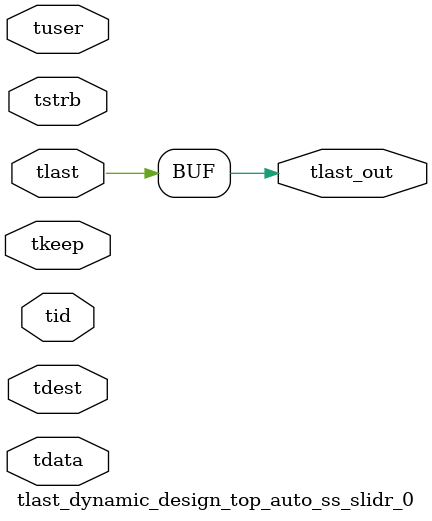
<source format=v>


`timescale 1ps/1ps

module tlast_dynamic_design_top_auto_ss_slidr_0 #
(
parameter C_S_AXIS_TID_WIDTH   = 1,
parameter C_S_AXIS_TUSER_WIDTH = 0,
parameter C_S_AXIS_TDATA_WIDTH = 0,
parameter C_S_AXIS_TDEST_WIDTH = 0
)
(
input  [(C_S_AXIS_TID_WIDTH   == 0 ? 1 : C_S_AXIS_TID_WIDTH)-1:0       ] tid,
input  [(C_S_AXIS_TDATA_WIDTH == 0 ? 1 : C_S_AXIS_TDATA_WIDTH)-1:0     ] tdata,
input  [(C_S_AXIS_TUSER_WIDTH == 0 ? 1 : C_S_AXIS_TUSER_WIDTH)-1:0     ] tuser,
input  [(C_S_AXIS_TDEST_WIDTH == 0 ? 1 : C_S_AXIS_TDEST_WIDTH)-1:0     ] tdest,
input  [(C_S_AXIS_TDATA_WIDTH/8)-1:0 ] tkeep,
input  [(C_S_AXIS_TDATA_WIDTH/8)-1:0 ] tstrb,
input  [0:0]                                                             tlast,
output                                                                   tlast_out
);

assign tlast_out = {tlast};

endmodule


</source>
